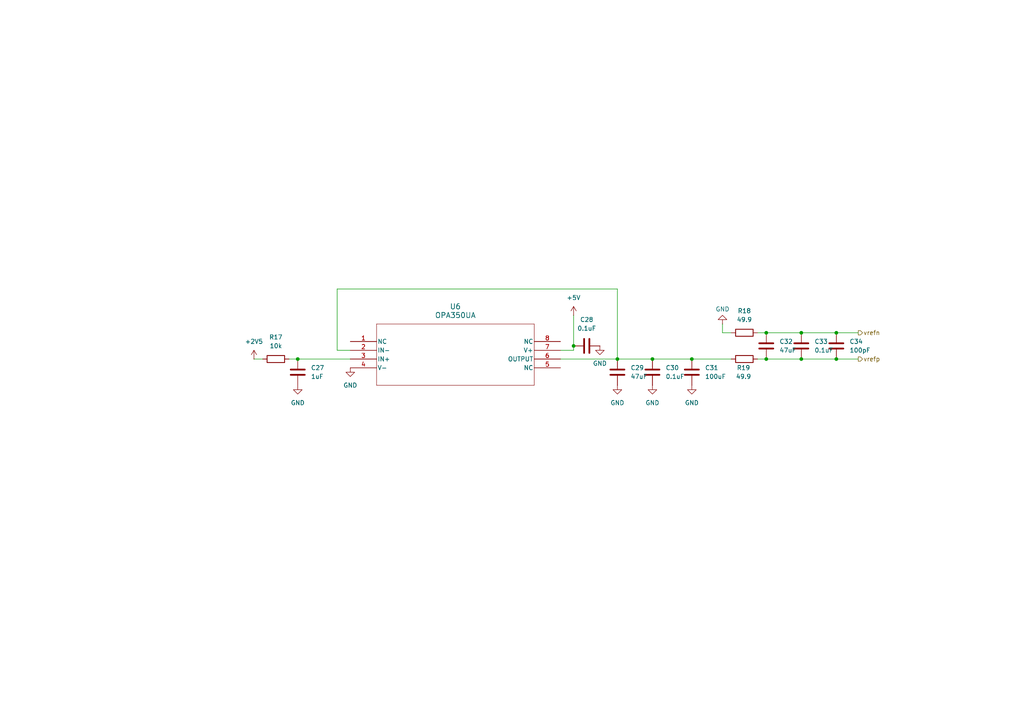
<source format=kicad_sch>
(kicad_sch (version 20240716) (generator "eeschema") (generator_version "8.99")
  (paper "A4")
  (lib_symbols
    (symbol "Device:C" (pin_numbers hide) (pin_names (offset 0.254))
      (property "Reference" "C" (at 0.635 2.54 0))
      (property "Value" "C" (at 0.635 -2.54 0))
      (symbol "C_0_1"
        (polyline (pts (xy -2.032 0.762) (xy 2.032 0.762)) (stroke (width 0.508)))
        (polyline (pts (xy -2.032 -0.762) (xy 2.032 -0.762)) (stroke (width 0.508)))
      )
      (symbol "C_1_1"
        (pin passive line (at 0 3.81 270) (length 2.794) (name "~") (number "1"))
        (pin passive line (at 0 -3.81 90) (length 2.794) (name "~") (number "2"))
      )
    )
    (symbol "Device:R" (pin_numbers hide) (pin_names (offset 0))
      (property "Reference" "R" (at 2.032 0 90))
      (property "Value" "R" (at 0 0 90))
      (symbol "R_0_1"
        (rectangle (start -1.016 -2.54) (end 1.016 2.54) (stroke (width 0.254)))
      )
      (symbol "R_1_1"
        (pin passive line (at 0 3.81 270) (length 1.27) (name "~") (number "1"))
        (pin passive line (at 0 -3.81 90) (length 1.27) (name "~") (number "2"))
      )
    )
    (symbol "opa350:OPA350UA" (pin_names (offset 0.254))
      (property "Reference" "U" (at 30.48 10.16 0))
      (property "Value" "OPA350UA" (at 30.48 7.62 0))
      (symbol "OPA350UA_0_1"
        (polyline (pts (xy 7.62 5.08) (xy 7.62 -12.7)) (stroke (width 0.127)))
        (polyline (pts (xy 7.62 -12.7) (xy 53.34 -12.7)) (stroke (width 0.127)))
        (polyline (pts (xy 53.34 5.08) (xy 7.62 5.08)) (stroke (width 0.127)))
        (polyline (pts (xy 53.34 -12.7) (xy 53.34 5.08)) (stroke (width 0.127)))
        (pin unspecified line (at 0 0 0) (length 7.62) (name "NC") (number "1"))
        (pin input line (at 0 -2.54 0) (length 7.62) (name "IN-") (number "2"))
        (pin input line (at 0 -5.08 0) (length 7.62) (name "IN+") (number "3"))
        (pin power_in line (at 0 -7.62 0) (length 7.62) (name "V-") (number "4"))
        (pin unspecified line (at 60.96 0 180) (length 7.62) (name "NC") (number "8"))
        (pin power_in line (at 60.96 -2.54 180) (length 7.62) (name "V+") (number "7"))
        (pin output line (at 60.96 -5.08 180) (length 7.62) (name "OUTPUT") (number "6"))
        (pin unspecified line (at 60.96 -7.62 180) (length 7.62) (name "NC") (number "5"))
      )
    )
    (symbol "power:+2V5" (power) (pin_numbers hide) (pin_names (offset 0) hide)
      (property "Value" "+2V5" (at 0 3.556 0))
      (symbol "+2V5_0_1"
        (polyline (pts (xy -0.762 1.27) (xy 0 2.54)))
        (polyline (pts (xy 0 2.54) (xy 0.762 1.27)))
        (polyline (pts (xy 0 0) (xy 0 2.54)))
      )
      (symbol "+2V5_1_1"
        (pin power_in line (at 0 0 90) (length 0) (name "~") (number "1"))
      )
    )
    (symbol "power:+5V" (power) (pin_numbers hide) (pin_names (offset 0) hide)
      (property "Value" "+5V" (at 0 3.556 0))
      (symbol "+5V_0_1"
        (polyline (pts (xy -0.762 1.27) (xy 0 2.54)))
        (polyline (pts (xy 0 2.54) (xy 0.762 1.27)))
        (polyline (pts (xy 0 0) (xy 0 2.54)))
      )
      (symbol "+5V_1_1"
        (pin power_in line (at 0 0 90) (length 0) (name "~") (number "1"))
      )
    )
    (symbol "power:GND" (power) (pin_numbers hide) (pin_names (offset 0) hide)
      (property "Value" "GND" (at 0 -3.81 0))
      (symbol "GND_0_1"
        (polyline (pts (xy 0 0) (xy 0 -1.27) (xy 1.27 -1.27) (xy 0 -2.54) (xy -1.27 -1.27) (xy 0 -1.27)))
      )
      (symbol "GND_1_1"
        (pin power_in line (at 0 0 270) (length 0) (name "~") (number "1"))
      )
    )
  )
  (junction (at 222.25 104.14))
  (junction (at 242.57 96.52))
  (junction (at 200.66 104.14))
  (junction (at 242.57 104.14))
  (junction (at 86.36 104.14))
  (junction (at 222.25 96.52))
  (junction (at 189.23 104.14))
  (junction (at 166.37 100.33))
  (junction (at 179.07 104.14))
  (junction (at 232.41 96.52))
  (junction (at 232.41 104.14))
  (wire (pts (xy 219.71 104.14) (xy 222.25 104.14)))
  (wire (pts (xy 97.79 101.6) (xy 97.79 83.82)))
  (wire (pts (xy 179.07 83.82) (xy 179.07 104.14)))
  (wire (pts (xy 222.25 96.52) (xy 219.71 96.52)))
  (wire (pts (xy 162.56 104.14) (xy 179.07 104.14)))
  (wire (pts (xy 242.57 96.52) (xy 232.41 96.52)))
  (wire (pts (xy 97.79 83.82) (xy 179.07 83.82)))
  (wire (pts (xy 166.37 100.33) (xy 166.37 91.44)))
  (wire (pts (xy 86.36 104.14) (xy 101.6 104.14)))
  (wire (pts (xy 232.41 96.52) (xy 222.25 96.52)))
  (wire (pts (xy 166.37 101.6) (xy 166.37 100.33)))
  (wire (pts (xy 242.57 104.14) (xy 248.92 104.14)))
  (wire (pts (xy 209.55 96.52) (xy 212.09 96.52)))
  (wire (pts (xy 189.23 104.14) (xy 200.66 104.14)))
  (wire (pts (xy 101.6 101.6) (xy 97.79 101.6)))
  (wire (pts (xy 232.41 104.14) (xy 242.57 104.14)))
  (wire (pts (xy 200.66 104.14) (xy 212.09 104.14)))
  (wire (pts (xy 242.57 96.52) (xy 248.92 96.52)))
  (wire (pts (xy 73.66 104.14) (xy 76.2 104.14)))
  (wire (pts (xy 162.56 101.6) (xy 166.37 101.6)))
  (wire (pts (xy 209.55 93.98) (xy 209.55 96.52)))
  (wire (pts (xy 222.25 104.14) (xy 232.41 104.14)))
  (wire (pts (xy 83.82 104.14) (xy 86.36 104.14)))
  (wire (pts (xy 179.07 104.14) (xy 189.23 104.14)))
  (hierarchical_label "vrefn" (shape output) (at 248.92 96.52 0))
  (hierarchical_label "vrefp" (shape output) (at 248.92 104.14 0))
  (symbol (lib_id "Device:C") (at 179.07 107.95 0) (unit 1)
    (property "Reference" "C29" (at 182.88 106.6799 0) (effects (justify left)))
    (property "Value" "47uF" (at 182.88 109.2199 0) (effects (justify left)))
    (property "Footprint" "Capacitor_SMD:C_0603_1608Metric" (effects (hide yes)))
    (property "Description" "Unpolarized capacitor" (effects (hide yes)))
  )
  (symbol (lib_id "Device:R") (at 215.9 104.14 90) (unit 1)
    (property "Reference" "R19" (at 215.646 106.68 90))
    (property "Value" "49.9" (at 215.646 109.22 90))
    (property "Footprint" "Resistor_SMD:R_0603_1608Metric" (effects (hide yes)))
    (property "Description" "Resistor" (effects (hide yes)))
  )
  (symbol (lib_id "power:GND") (at 179.07 111.76 0) (unit 1)
    (property "Reference" "#PWR054" (effects (hide yes)))
    (property "Value" "GND" (at 179.07 116.84 0))
    (property "Description" "Power symbol creates a global label with name \"GND\" , ground" (effects (hide yes)))
  )
  (symbol (lib_id "Device:C") (at 232.41 100.33 0) (unit 1)
    (property "Reference" "C33" (at 236.22 99.0599 0) (effects (justify left)))
    (property "Value" "0.1uF" (at 236.22 101.5999 0) (effects (justify left)))
    (property "Footprint" "Capacitor_SMD:C_0603_1608Metric" (effects (hide yes)))
    (property "Description" "Unpolarized capacitor" (effects (hide yes)))
  )
  (symbol (lib_id "power:+5V") (at 166.37 91.44 0) (unit 1)
    (property "Reference" "#PWR052" (effects (hide yes)))
    (property "Value" "+5V" (at 166.37 86.36 0))
    (property "Description" "Power symbol creates a global label with name \"+5V\"" (effects (hide yes)))
  )
  (symbol (lib_id "power:GND") (at 101.6 106.68 0) (unit 1)
    (property "Reference" "#PWR051" (effects (hide yes)))
    (property "Value" "GND" (at 101.6 111.76 0))
    (property "Description" "Power symbol creates a global label with name \"GND\" , ground" (effects (hide yes)))
  )
  (symbol (lib_id "power:GND") (at 209.55 93.98 180) (unit 1)
    (property "Reference" "#PWR057" (effects (hide yes)))
    (property "Value" "GND" (at 207.518 89.662 0) (effects (justify right)))
    (property "Description" "Power symbol creates a global label with name \"GND\" , ground" (effects (hide yes)))
  )
  (symbol (lib_id "Device:C") (at 86.36 107.95 180) (unit 1)
    (property "Reference" "C27" (at 90.17 106.6799 0) (effects (justify right)))
    (property "Value" "1uF" (at 90.17 109.2199 0) (effects (justify right)))
    (property "Footprint" "Capacitor_SMD:C_0603_1608Metric" (effects (hide yes)))
    (property "Description" "Unpolarized capacitor" (effects (hide yes)))
  )
  (symbol (lib_id "power:GND") (at 189.23 111.76 0) (unit 1)
    (property "Reference" "#PWR055" (effects (hide yes)))
    (property "Value" "GND" (at 189.23 116.84 0))
    (property "Description" "Power symbol creates a global label with name \"GND\" , ground" (effects (hide yes)))
  )
  (symbol (lib_id "Device:R") (at 215.9 96.52 90) (unit 1)
    (property "Reference" "R18" (at 215.9 90.17 90))
    (property "Value" "49.9" (at 215.9 92.71 90))
    (property "Footprint" "Resistor_SMD:R_0603_1608Metric" (effects (hide yes)))
    (property "Description" "Resistor" (effects (hide yes)))
  )
  (symbol (lib_id "opa350:OPA350UA") (at 101.6 99.06 0) (unit 1)
    (property "Reference" "U6" (at 132.08 88.9 0) (effects (font (size 1.524 1.524))))
    (property "Value" "OPA350UA" (at 132.08 91.44 0) (effects (font (size 1.524 1.524))))
    (property "Footprint" "local:opa350ua_D8" (effects (hide yes)))
    (property "Datasheet" "OPA350UA" (effects (hide yes)))
  )
  (symbol (lib_id "power:+2V5") (at 73.66 104.14 0) (unit 1)
    (property "Reference" "#PWR049" (effects (hide yes)))
    (property "Value" "+2V5" (at 73.66 99.06 0))
    (property "Description" "Power symbol creates a global label with name \"+2V5\"" (effects (hide yes)))
  )
  (symbol (lib_id "Device:R") (at 80.01 104.14 270) (unit 1)
    (property "Reference" "R17" (at 80.01 97.79 90))
    (property "Value" "10k" (at 80.01 100.33 90))
    (property "Footprint" "Resistor_SMD:R_0603_1608Metric" (effects (hide yes)))
    (property "Description" "Resistor" (effects (hide yes)))
  )
  (symbol (lib_id "Device:C") (at 200.66 107.95 0) (unit 1)
    (property "Reference" "C31" (at 204.47 106.6799 0) (effects (justify left)))
    (property "Value" "100uF" (at 204.47 109.2199 0) (effects (justify left)))
    (property "Footprint" "Capacitor_SMD:C_0603_1608Metric" (effects (hide yes)))
    (property "Description" "Unpolarized capacitor" (effects (hide yes)))
  )
  (symbol (lib_id "power:GND") (at 173.99 100.33 0) (unit 1)
    (property "Reference" "#PWR053" (effects (hide yes)))
    (property "Value" "GND" (at 173.99 105.41 0))
    (property "Description" "Power symbol creates a global label with name \"GND\" , ground" (effects (hide yes)))
  )
  (symbol (lib_id "Device:C") (at 170.18 100.33 90) (unit 1)
    (property "Reference" "C28" (at 170.18 92.71 90))
    (property "Value" "0.1uF" (at 170.18 95.25 90))
    (property "Footprint" "Capacitor_SMD:C_0603_1608Metric" (effects (hide yes)))
    (property "Description" "Unpolarized capacitor" (effects (hide yes)))
  )
  (symbol (lib_id "Device:C") (at 242.57 100.33 0) (unit 1)
    (property "Reference" "C34" (at 246.38 99.0599 0) (effects (justify left)))
    (property "Value" "100pF" (at 246.38 101.5999 0) (effects (justify left)))
    (property "Footprint" "Capacitor_SMD:C_0603_1608Metric" (effects (hide yes)))
    (property "Description" "Unpolarized capacitor" (effects (hide yes)))
  )
  (symbol (lib_id "Device:C") (at 189.23 107.95 0) (unit 1)
    (property "Reference" "C30" (at 193.04 106.6799 0) (effects (justify left)))
    (property "Value" "0.1uF" (at 193.04 109.2199 0) (effects (justify left)))
    (property "Footprint" "Capacitor_SMD:C_0603_1608Metric" (effects (hide yes)))
    (property "Description" "Unpolarized capacitor" (effects (hide yes)))
  )
  (symbol (lib_id "Device:C") (at 222.25 100.33 0) (unit 1)
    (property "Reference" "C32" (at 226.06 99.0599 0) (effects (justify left)))
    (property "Value" "47uF" (at 226.06 101.5999 0) (effects (justify left)))
    (property "Footprint" "Capacitor_SMD:C_0603_1608Metric" (effects (hide yes)))
    (property "Description" "Unpolarized capacitor" (effects (hide yes)))
  )
  (symbol (lib_id "power:GND") (at 86.36 111.76 0) (unit 1)
    (property "Reference" "#PWR050" (effects (hide yes)))
    (property "Value" "GND" (at 86.36 116.84 0))
    (property "Description" "Power symbol creates a global label with name \"GND\" , ground" (effects (hide yes)))
  )
  (symbol (lib_id "power:GND") (at 200.66 111.76 0) (unit 1)
    (property "Reference" "#PWR056" (effects (hide yes)))
    (property "Value" "GND" (at 200.66 116.84 0))
    (property "Description" "Power symbol creates a global label with name \"GND\" , ground" (effects (hide yes)))
  )
)
</source>
